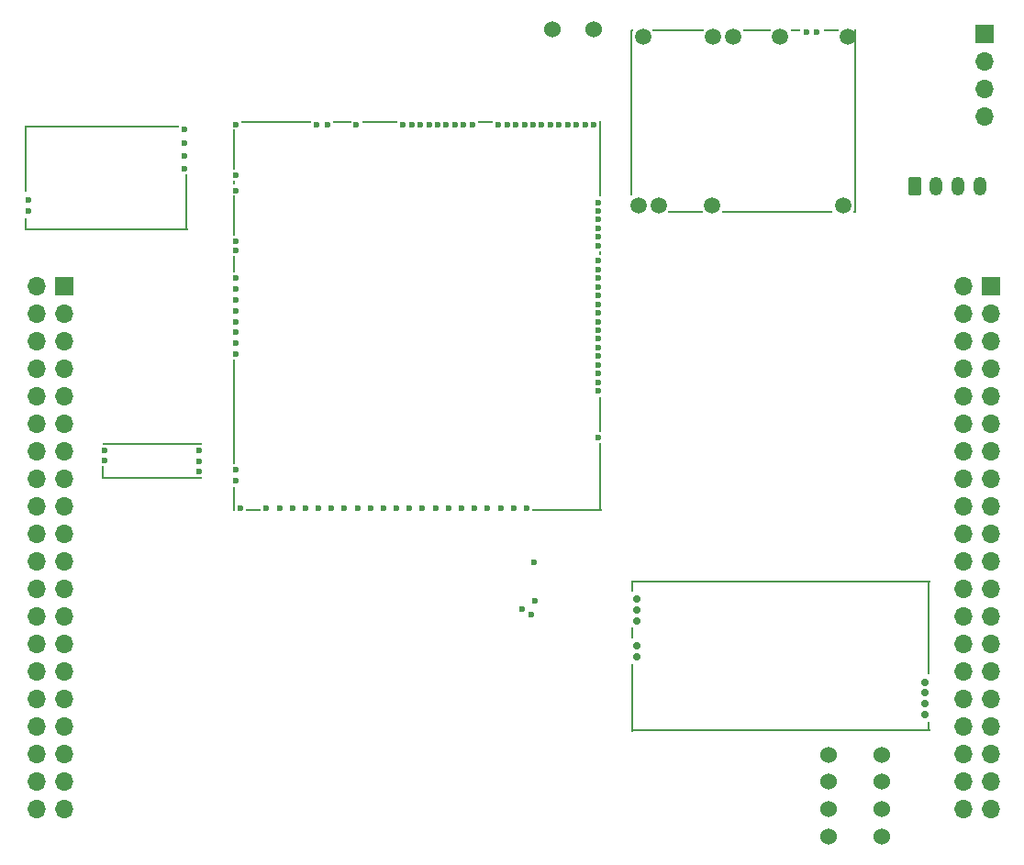
<source format=gbr>
%TF.GenerationSoftware,KiCad,Pcbnew,8.0.7*%
%TF.CreationDate,2024-12-26T23:24:23+03:00*%
%TF.ProjectId,uaefi,75616566-692e-46b6-9963-61645f706362,D*%
%TF.SameCoordinates,Original*%
%TF.FileFunction,Copper,L2,Inr*%
%TF.FilePolarity,Positive*%
%FSLAX46Y46*%
G04 Gerber Fmt 4.6, Leading zero omitted, Abs format (unit mm)*
G04 Created by KiCad (PCBNEW 8.0.7) date 2024-12-26 23:24:23*
%MOMM*%
%LPD*%
G01*
G04 APERTURE LIST*
G04 Aperture macros list*
%AMRoundRect*
0 Rectangle with rounded corners*
0 $1 Rounding radius*
0 $2 $3 $4 $5 $6 $7 $8 $9 X,Y pos of 4 corners*
0 Add a 4 corners polygon primitive as box body*
4,1,4,$2,$3,$4,$5,$6,$7,$8,$9,$2,$3,0*
0 Add four circle primitives for the rounded corners*
1,1,$1+$1,$2,$3*
1,1,$1+$1,$4,$5*
1,1,$1+$1,$6,$7*
1,1,$1+$1,$8,$9*
0 Add four rect primitives between the rounded corners*
20,1,$1+$1,$2,$3,$4,$5,0*
20,1,$1+$1,$4,$5,$6,$7,0*
20,1,$1+$1,$6,$7,$8,$9,0*
20,1,$1+$1,$8,$9,$2,$3,0*%
G04 Aperture macros list end*
%TA.AperFunction,ComponentPad*%
%ADD10C,1.500000*%
%TD*%
%TA.AperFunction,ComponentPad*%
%ADD11C,0.600000*%
%TD*%
%TA.AperFunction,Conductor*%
%ADD12O,3.300000X0.200000*%
%TD*%
%TA.AperFunction,Conductor*%
%ADD13O,10.200000X0.200000*%
%TD*%
%TA.AperFunction,Conductor*%
%ADD14O,0.300000X0.200000*%
%TD*%
%TA.AperFunction,Conductor*%
%ADD15O,0.200000X17.000000*%
%TD*%
%TA.AperFunction,Conductor*%
%ADD16O,0.200000X15.400000*%
%TD*%
%TA.AperFunction,Conductor*%
%ADD17O,4.800000X0.200000*%
%TD*%
%TA.AperFunction,Conductor*%
%ADD18O,2.600000X0.200000*%
%TD*%
%TA.AperFunction,Conductor*%
%ADD19O,1.000000X0.200000*%
%TD*%
%TA.AperFunction,Conductor*%
%ADD20O,1.500000X0.200000*%
%TD*%
%TA.AperFunction,ComponentPad*%
%ADD21R,1.700000X1.700000*%
%TD*%
%TA.AperFunction,ComponentPad*%
%ADD22O,1.700000X1.700000*%
%TD*%
%TA.AperFunction,ComponentPad*%
%ADD23RoundRect,0.250000X-0.350000X-0.625000X0.350000X-0.625000X0.350000X0.625000X-0.350000X0.625000X0*%
%TD*%
%TA.AperFunction,ComponentPad*%
%ADD24O,1.200000X1.750000*%
%TD*%
%TA.AperFunction,Conductor*%
%ADD25O,0.200000X1.225000*%
%TD*%
%TA.AperFunction,Conductor*%
%ADD26O,9.300000X0.200000*%
%TD*%
%TA.AperFunction,ComponentPad*%
%ADD27C,1.524000*%
%TD*%
%TA.AperFunction,ComponentPad*%
%ADD28C,0.599999*%
%TD*%
%TA.AperFunction,Conductor*%
%ADD29R,0.200000X3.700000*%
%TD*%
%TA.AperFunction,Conductor*%
%ADD30R,0.200000X0.400000*%
%TD*%
%TA.AperFunction,Conductor*%
%ADD31R,0.200000X1.600000*%
%TD*%
%TA.AperFunction,Conductor*%
%ADD32R,0.200000X9.700000*%
%TD*%
%TA.AperFunction,Conductor*%
%ADD33R,0.200000X2.300000*%
%TD*%
%TA.AperFunction,Conductor*%
%ADD34R,1.400000X0.200000*%
%TD*%
%TA.AperFunction,Conductor*%
%ADD35R,6.400000X0.200000*%
%TD*%
%TA.AperFunction,Conductor*%
%ADD36R,1.700000X0.200000*%
%TD*%
%TA.AperFunction,Conductor*%
%ADD37R,3.300000X0.200000*%
%TD*%
%TA.AperFunction,Conductor*%
%ADD38R,0.200000X7.000000*%
%TD*%
%TA.AperFunction,Conductor*%
%ADD39R,0.200000X3.300000*%
%TD*%
%TA.AperFunction,Conductor*%
%ADD40R,0.200000X6.300000*%
%TD*%
%TA.AperFunction,ComponentPad*%
%ADD41C,0.700000*%
%TD*%
%TA.AperFunction,Conductor*%
%ADD42R,0.250000X1.100000*%
%TD*%
%TA.AperFunction,Conductor*%
%ADD43R,0.250000X0.980000*%
%TD*%
%TA.AperFunction,Conductor*%
%ADD44R,0.250000X6.300000*%
%TD*%
%TA.AperFunction,Conductor*%
%ADD45R,27.600000X0.250000*%
%TD*%
%TA.AperFunction,Conductor*%
%ADD46R,0.250000X8.750000*%
%TD*%
%TA.AperFunction,Conductor*%
%ADD47R,0.250000X0.950000*%
%TD*%
%TA.AperFunction,Conductor*%
%ADD48R,0.250000X6.185000*%
%TD*%
%TA.AperFunction,Conductor*%
%ADD49R,0.250000X1.115000*%
%TD*%
%TA.AperFunction,Conductor*%
%ADD50R,14.275000X0.250000*%
%TD*%
%TA.AperFunction,Conductor*%
%ADD51R,15.100000X0.250000*%
%TD*%
%TA.AperFunction,Conductor*%
%ADD52R,0.250000X5.175000*%
%TD*%
G04 APERTURE END LIST*
D10*
%TO.N,/VBAT*%
%TO.C,M1*%
X132500000Y-47250002D03*
%TO.N,unconnected-(M1-V12-PadE2)*%
X138899997Y-47250002D03*
%TO.N,/VIGN*%
X140800000Y-47250002D03*
%TO.N,+5V*%
X145100000Y-47250002D03*
D11*
%TO.N,/PWR_EN*%
X147499997Y-46800003D03*
%TO.N,Net-(M1-PG_5VP)*%
X148499998Y-46800003D03*
D12*
%TO.N,GND*%
X136350000Y-63399998D03*
D13*
X144849998Y-63399998D03*
D14*
X151950000Y-63399998D03*
D15*
X152000000Y-55000000D03*
D16*
X131400000Y-54199999D03*
D10*
X151350000Y-47250002D03*
D14*
X131450000Y-46600001D03*
D17*
X135649998Y-46600001D03*
D18*
X143000000Y-46600001D03*
D19*
X146499997Y-46600001D03*
D20*
X149799998Y-46600001D03*
D10*
%TO.N,+12V_RAW*%
X132049998Y-62749999D03*
%TO.N,/IN_VIGN*%
X133899997Y-62749999D03*
%TO.N,+12V_RAW*%
X138850000Y-62749999D03*
%TO.N,+5VP*%
X150899998Y-62749999D03*
%TD*%
D21*
%TO.N,/BT_TX*%
%TO.C,BLUETOOTH1*%
X164000000Y-46960000D03*
D22*
%TO.N,/BT_RX*%
X164000000Y-49500000D03*
%TO.N,GND*%
X164000000Y-52040000D03*
%TO.N,+5VA*%
X164000000Y-54580000D03*
%TD*%
D23*
%TO.N,GND*%
%TO.C,USB1*%
X157500000Y-61000000D03*
D24*
%TO.N,/USB+*%
X159500000Y-61000000D03*
%TO.N,/USB-*%
X161500000Y-61000000D03*
%TO.N,/VBUS*%
X163500000Y-61000000D03*
%TD*%
D11*
%TO.N,+5VA*%
%TO.C,M2*%
X91475000Y-85425002D03*
D25*
%TO.N,GND*%
X82575000Y-87400002D03*
D26*
X87125000Y-84825002D03*
X87125000Y-87925002D03*
D11*
X91475000Y-86375002D03*
%TO.N,/IN_KNOCK*%
X91475000Y-87325000D03*
%TO.N,/IN_KNOCK_RAW*%
X82775000Y-86325002D03*
%TO.N,/VREF1*%
X82775000Y-85425002D03*
%TD*%
D27*
%TO.N,/12V_KEY*%
%TO.C,F1*%
X154450000Y-113500000D03*
%TO.N,/IN_VIGN*%
X149550000Y-113500000D03*
%TD*%
D28*
%TO.N,+5VA*%
%TO.C,CAN1*%
X122137499Y-100543338D03*
%TO.N,+3.3VA*%
X121262497Y-100018338D03*
%TO.N,/MCU-CAN2TX*%
X122437501Y-99268340D03*
%TO.N,/MCU-CAN2RX*%
X122362498Y-95718339D03*
%TD*%
D11*
%TO.N,+5VA*%
%TO.C,MCU1*%
X128299990Y-84200010D03*
%TO.N,unconnected-(MCU1-GNDA-PadE2)*%
X128300000Y-79900010D03*
%TO.N,unconnected-(MCU1-I2C_SCL_(PB10)-PadE3)*%
X128300000Y-79100020D03*
%TO.N,unconnected-(MCU1-I2C_SDA_(PB11)-PadE4)*%
X128300000Y-78300010D03*
%TO.N,/VIGN*%
X128300000Y-77500010D03*
%TO.N,/MCU-CAN2RX*%
X128300000Y-76700010D03*
%TO.N,/MCU-CAN2TX*%
X128300000Y-75900010D03*
%TO.N,/DC1_DIS*%
X128300000Y-75100010D03*
%TO.N,/DC2_DIR*%
X128300000Y-74300010D03*
%TO.N,/LS2*%
X128300000Y-73500010D03*
%TO.N,/LS1*%
X128300000Y-72700010D03*
%TO.N,/INJ6*%
X128300000Y-71900010D03*
%TO.N,/INJ5*%
X128300000Y-71100010D03*
%TO.N,/INJ4*%
X128300000Y-70300010D03*
%TO.N,/INJ3*%
X128300000Y-69500010D03*
%TO.N,/INJ2*%
X128299990Y-68700020D03*
%TO.N,/INJ1*%
X128300000Y-67900010D03*
%TO.N,/LS3*%
X128300000Y-66500010D03*
%TO.N,/LS4*%
X128300000Y-65700020D03*
%TO.N,/DC1_PWM*%
X128300000Y-64900020D03*
%TO.N,/DC1_DIR*%
X128300000Y-64100020D03*
%TO.N,/DC2_PWM*%
X128300000Y-63300020D03*
%TO.N,unconnected-(MCU1-OUT_PWM6_(PD14)-PadE23)*%
X128300000Y-62500010D03*
D29*
%TO.N,GND*%
X94699990Y-57650020D03*
D30*
X94699990Y-60700010D03*
D29*
X94699990Y-63750020D03*
D31*
X94699990Y-68200010D03*
D32*
X94699990Y-81850010D03*
D33*
X94699990Y-89850010D03*
D34*
X96500000Y-90900020D03*
D35*
X98599990Y-55100020D03*
D36*
X104649990Y-55100020D03*
D37*
X108149990Y-55100020D03*
D34*
X117899990Y-55100020D03*
D35*
X125399990Y-90900020D03*
D38*
X128500000Y-58500000D03*
D30*
X128500000Y-67200020D03*
D39*
X128500000Y-82050020D03*
D40*
X128500000Y-87850020D03*
D11*
%TO.N,/VBUS*%
X127900000Y-55300010D03*
%TO.N,/USB-*%
X127100000Y-55300010D03*
%TO.N,/USB+*%
X126300000Y-55300010D03*
%TO.N,/DC2_DIS*%
X125499990Y-55300010D03*
%TO.N,unconnected-(MCU1-SWDIO_(PA13)-PadN5)*%
X124700000Y-55300010D03*
%TO.N,unconnected-(MCU1-SWCLK_(PA14)-PadN6)*%
X123900000Y-55300010D03*
%TO.N,unconnected-(MCU1-nReset-PadN7)*%
X123100000Y-55300010D03*
%TO.N,unconnected-(MCU1-SWO_(PB3)-PadN8)*%
X122299990Y-55300010D03*
%TO.N,/EGT/SPI_CS*%
X121500000Y-55300020D03*
%TO.N,/EGT/SPI_SCK*%
X120700000Y-55300020D03*
%TO.N,/EGT/SPI_SO*%
X119900000Y-55300020D03*
%TO.N,/PG_5VP*%
X119100000Y-55300020D03*
%TO.N,/BT_TX*%
X116699990Y-55300020D03*
%TO.N,/BT_RX*%
X115899990Y-55300020D03*
%TO.N,unconnected-(MCU1-LED_GREEN-PadN14a)*%
X115100000Y-55300010D03*
%TO.N,unconnected-(MCU1-LED_YELLOW-PadN14b)*%
X114299990Y-55300010D03*
%TO.N,+3.3VA*%
X113499990Y-55300010D03*
%TO.N,unconnected-(MCU1-BOOT0-PadN16)*%
X112699990Y-55300010D03*
%TO.N,/VBAT*%
X111899990Y-55300010D03*
%TO.N,unconnected-(MCU1-UART8_RX_(PE0)-PadN18)*%
X111099990Y-55300020D03*
%TO.N,/VR_MAX9924*%
X110299990Y-55300020D03*
%TO.N,/PWR_EN*%
X105999990Y-55300020D03*
%TO.N,+3.3V*%
X103299990Y-55300020D03*
%TO.N,+5V*%
X102300000Y-55300020D03*
%TO.N,unconnected-(MCU1-V33-PadN23)*%
X94899990Y-55300020D03*
%TO.N,/IN_BUTTON3*%
X121700010Y-90700020D03*
%TO.N,/IN_HALL3*%
X120500000Y-90700020D03*
%TO.N,/IN_HALL2*%
X119300000Y-90700020D03*
%TO.N,/IN_HALL1*%
X118100000Y-90700020D03*
%TO.N,unconnected-(MCU1-VREF2-PadS5)*%
X116900000Y-90700020D03*
%TO.N,/IN_VMAIN*%
X115700000Y-90700020D03*
%TO.N,/IN_AUX3*%
X114500000Y-90700020D03*
%TO.N,/IN_PPS2*%
X113300000Y-90700020D03*
%TO.N,/IN_TPS2*%
X112100000Y-90700020D03*
%TO.N,/IN_AUX2*%
X110900000Y-90700020D03*
%TO.N,/IN_AUX1*%
X109700000Y-90700020D03*
%TO.N,/INTERNAL_MAP*%
X108500000Y-90700020D03*
%TO.N,/IN_MAP*%
X107300000Y-90700020D03*
%TO.N,/IN_BUTTON1*%
X106100000Y-90700020D03*
%TO.N,/ADC3*%
X104900000Y-90700020D03*
%TO.N,/IN_BUTTON2*%
X103700000Y-90700020D03*
%TO.N,/IN_FLEX*%
X102500000Y-90700020D03*
%TO.N,/IN_TPS1*%
X101299990Y-90700020D03*
%TO.N,/IN_PPS1*%
X100099990Y-90700020D03*
%TO.N,/IN_IAT*%
X98899990Y-90700020D03*
%TO.N,/IN_CLT*%
X97699990Y-90700020D03*
%TO.N,/VREF1*%
X95299990Y-90700020D03*
%TO.N,GNDA*%
X94899990Y-88200010D03*
%TO.N,+5VA*%
X94899990Y-87200010D03*
%TO.N,/LS_HOT2*%
X94899990Y-76500020D03*
%TO.N,/LS_HOT1*%
X94899990Y-75500010D03*
%TO.N,/IGN6*%
X94899990Y-74500020D03*
%TO.N,/IGN5*%
X94899990Y-73500020D03*
%TO.N,/IGN4*%
X94899990Y-72500020D03*
%TO.N,/IGN3*%
X94899990Y-71500020D03*
%TO.N,/IGN2*%
X94899990Y-70500020D03*
%TO.N,/IGN1*%
X94899990Y-69500020D03*
%TO.N,/CAN1+*%
X94899990Y-66900020D03*
%TO.N,/CAN1-*%
X94899990Y-66100020D03*
%TO.N,unconnected-(MCU1-V33_REF-PadW13)*%
X94899990Y-61400010D03*
%TO.N,unconnected-(MCU1-V5A_SWITCHABLE-PadW14)*%
X94899990Y-60000020D03*
%TD*%
D27*
%TO.N,Net-(M1-PG_5VP)*%
%TO.C,R4*%
X127905000Y-46500000D03*
%TO.N,/PG_5VP*%
X124095000Y-46500000D03*
%TD*%
%TO.N,+12V*%
%TO.C,F4*%
X149550000Y-118500000D03*
%TO.N,/DC Driver 1/PWR*%
X154450000Y-118500000D03*
%TD*%
%TO.N,+12V*%
%TO.C,F2*%
X149550000Y-116000000D03*
%TO.N,+12V_RAW*%
X154450000Y-116000000D03*
%TD*%
%TO.N,+12V*%
%TO.C,F3*%
X149550000Y-121000000D03*
%TO.N,/DC Driver 2/PWR*%
X154450000Y-121000000D03*
%TD*%
D41*
%TO.N,/WBO_Un*%
%TO.C,M3*%
X158425000Y-109775000D03*
%TO.N,/WBO_Vm*%
X158425000Y-106775000D03*
%TO.N,/WBO_Ip*%
X158425000Y-107775000D03*
%TO.N,/WBO_Rtrim*%
X158425000Y-108775000D03*
D42*
%TO.N,GND*%
X131450000Y-97925000D03*
X131450000Y-97925000D03*
D43*
X131450000Y-102265000D03*
D44*
X131450000Y-108225000D03*
D45*
X145125000Y-97500000D03*
X145125000Y-111250000D03*
D46*
X158800000Y-101750000D03*
D47*
X158800000Y-110900000D03*
D41*
%TO.N,+5VA*%
X131833800Y-100125000D03*
%TO.N,unconnected-(M3-CAN_VIO-PadW2)*%
X131833800Y-101125000D03*
%TO.N,/CAN1-*%
X131833800Y-104421000D03*
%TO.N,/CAN1+*%
X131833800Y-103405000D03*
%TO.N,unconnected-(M3-VDDA-PadW9)*%
X131833800Y-99125000D03*
%TD*%
D11*
%TO.N,unconnected-(M4-NC-PadE1)*%
%TO.C,M4*%
X90137500Y-58200000D03*
%TO.N,unconnected-(M4-NC-PadE2)*%
X90137500Y-59400000D03*
%TO.N,/VR_MAX9924*%
X90137500Y-57000000D03*
%TO.N,+5VA*%
X90137500Y-55800000D03*
D48*
%TO.N,GND*%
X75487500Y-58467500D03*
D49*
X75487500Y-64517500D03*
D50*
X82500000Y-55500000D03*
D51*
X82912500Y-64950000D03*
D52*
X90337500Y-62487500D03*
D11*
%TO.N,/VR_MAX9924-*%
X75712500Y-62260000D03*
%TO.N,/VR_MAX9924+*%
X75712500Y-63260000D03*
%TD*%
D21*
%TO.N,/OUT_INJ1*%
%TO.C,SAGSOKET1*%
X164540000Y-70260000D03*
D22*
%TO.N,/OUT_INJ2*%
X162000000Y-70260000D03*
%TO.N,/OUT_INJ3*%
X164540000Y-72800000D03*
%TO.N,/OUT_INJ4*%
X162000000Y-72800000D03*
%TO.N,/OUT_INJ5*%
X164540000Y-75340000D03*
%TO.N,/OUT_INJ6*%
X162000000Y-75340000D03*
%TO.N,/OUT_LS1*%
X164540000Y-77880000D03*
%TO.N,/OUT_LS2*%
X162000000Y-77880000D03*
%TO.N,/OUT_LS3*%
X164540000Y-80420000D03*
%TO.N,/OUT_LS4*%
X162000000Y-80420000D03*
%TO.N,/OUT_LS_HOT1*%
X164540000Y-82960000D03*
%TO.N,/OUT_LS_HOT2*%
X162000000Y-82960000D03*
%TO.N,unconnected-(SAGSOKET1-Pin_13-Pad13)*%
X164540000Y-85500000D03*
%TO.N,unconnected-(SAGSOKET1-Pin_14-Pad14)*%
X162000000Y-85500000D03*
%TO.N,unconnected-(SAGSOKET1-Pin_15-Pad15)*%
X164540000Y-88040000D03*
%TO.N,unconnected-(SAGSOKET1-Pin_16-Pad16)*%
X162000000Y-88040000D03*
%TO.N,unconnected-(SAGSOKET1-Pin_17-Pad17)*%
X164540000Y-90580000D03*
%TO.N,unconnected-(SAGSOKET1-Pin_18-Pad18)*%
X162000000Y-90580000D03*
%TO.N,unconnected-(SAGSOKET1-Pin_19-Pad19)*%
X164540000Y-93120000D03*
%TO.N,unconnected-(SAGSOKET1-Pin_20-Pad20)*%
X162000000Y-93120000D03*
%TO.N,/OUT_DC2-*%
X164540000Y-95660000D03*
%TO.N,/OUT_DC2+*%
X162000000Y-95660000D03*
%TO.N,/OUT_DC1-*%
X164540000Y-98200000D03*
%TO.N,/OUT_DC1+*%
X162000000Y-98200000D03*
%TO.N,unconnected-(SAGSOKET1-Pin_25-Pad25)*%
X164540000Y-100740000D03*
%TO.N,/WBO_Heater*%
X162000000Y-100740000D03*
%TO.N,/WBO_Vm*%
X164540000Y-103280000D03*
%TO.N,/WBO_Rtrim*%
X162000000Y-103280000D03*
%TO.N,/WBO_Un*%
X164540000Y-105820000D03*
%TO.N,/WBO_Ip*%
X162000000Y-105820000D03*
%TO.N,unconnected-(SAGSOKET1-Pin_31-Pad31)*%
X164540000Y-108360000D03*
%TO.N,unconnected-(SAGSOKET1-Pin_32-Pad32)*%
X162000000Y-108360000D03*
%TO.N,unconnected-(SAGSOKET1-Pin_33-Pad33)*%
X164540000Y-110900000D03*
%TO.N,unconnected-(SAGSOKET1-Pin_34-Pad34)*%
X162000000Y-110900000D03*
%TO.N,unconnected-(SAGSOKET1-Pin_35-Pad35)*%
X164540000Y-113440000D03*
%TO.N,/12V_KEY*%
X162000000Y-113440000D03*
%TO.N,+12V_RAW*%
X164540000Y-115980000D03*
%TO.N,+5VP*%
X162000000Y-115980000D03*
%TO.N,GND*%
X164540000Y-118520000D03*
X162000000Y-118520000D03*
%TD*%
D21*
%TO.N,/OUT_IGN1*%
%TO.C,SOLSOKET1*%
X79000000Y-70220000D03*
D22*
%TO.N,unconnected-(SOLSOKET1-Pin_2-Pad2)*%
X76460000Y-70220000D03*
%TO.N,/OUT_IGN2*%
X79000000Y-72760000D03*
%TO.N,unconnected-(SOLSOKET1-Pin_4-Pad4)*%
X76460000Y-72760000D03*
%TO.N,/OUT_IGN3*%
X79000000Y-75300000D03*
%TO.N,unconnected-(SOLSOKET1-Pin_6-Pad6)*%
X76460000Y-75300000D03*
%TO.N,/OUT_IGN4*%
X79000000Y-77840000D03*
%TO.N,unconnected-(SOLSOKET1-Pin_8-Pad8)*%
X76460000Y-77840000D03*
%TO.N,/OUT_IGN5*%
X79000000Y-80380000D03*
%TO.N,unconnected-(SOLSOKET1-Pin_10-Pad10)*%
X76460000Y-80380000D03*
%TO.N,/OUT_IGN6*%
X79000000Y-82920000D03*
%TO.N,unconnected-(SOLSOKET1-Pin_12-Pad12)*%
X76460000Y-82920000D03*
%TO.N,unconnected-(SOLSOKET1-Pin_13-Pad13)*%
X79000000Y-85460000D03*
%TO.N,unconnected-(SOLSOKET1-Pin_14-Pad14)*%
X76460000Y-85460000D03*
%TO.N,unconnected-(SOLSOKET1-Pin_15-Pad15)*%
X79000000Y-88000000D03*
%TO.N,unconnected-(SOLSOKET1-Pin_16-Pad16)*%
X76460000Y-88000000D03*
%TO.N,unconnected-(SOLSOKET1-Pin_17-Pad17)*%
X79000000Y-90540000D03*
%TO.N,/IN_AUX3*%
X76460000Y-90540000D03*
%TO.N,/IN_AUX2*%
X79000000Y-93080000D03*
%TO.N,/IN_AUX1*%
X76460000Y-93080000D03*
%TO.N,/IN_BUTTON1*%
X79000000Y-95620000D03*
%TO.N,/IN_BUTTON2*%
X76460000Y-95620000D03*
%TO.N,/IN_BUTTON3*%
X79000000Y-98160000D03*
%TO.N,unconnected-(SOLSOKET1-Pin_24-Pad24)*%
X76460000Y-98160000D03*
%TO.N,unconnected-(SOLSOKET1-Pin_25-Pad25)*%
X79000000Y-100700000D03*
%TO.N,unconnected-(SOLSOKET1-Pin_26-Pad26)*%
X76460000Y-100700000D03*
%TO.N,unconnected-(SOLSOKET1-Pin_27-Pad27)*%
X79000000Y-103240000D03*
%TO.N,unconnected-(SOLSOKET1-Pin_28-Pad28)*%
X76460000Y-103240000D03*
%TO.N,unconnected-(SOLSOKET1-Pin_29-Pad29)*%
X79000000Y-105780000D03*
%TO.N,unconnected-(SOLSOKET1-Pin_30-Pad30)*%
X76460000Y-105780000D03*
%TO.N,unconnected-(SOLSOKET1-Pin_31-Pad31)*%
X79000000Y-108320000D03*
%TO.N,unconnected-(SOLSOKET1-Pin_32-Pad32)*%
X76460000Y-108320000D03*
%TO.N,/EGT-*%
X79000000Y-110860000D03*
%TO.N,/EGT+*%
X76460000Y-110860000D03*
%TO.N,/IN_KNOCK_RAW*%
X79000000Y-113400000D03*
%TO.N,/IN_MAP*%
X76460000Y-113400000D03*
%TO.N,/IN_FLEX*%
X79000000Y-115940000D03*
%TO.N,+5VP*%
X76460000Y-115940000D03*
%TO.N,GNDA*%
X79000000Y-118480000D03*
X76460000Y-118480000D03*
%TD*%
M02*

</source>
